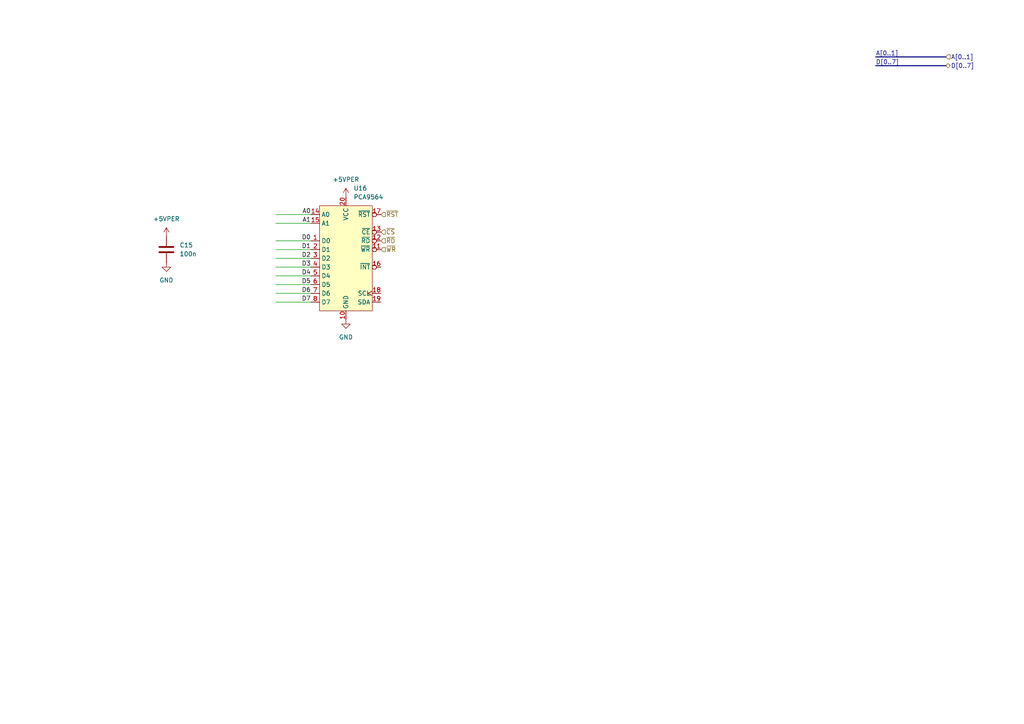
<source format=kicad_sch>
(kicad_sch (version 20230121) (generator eeschema)
  (paper "A4")
  (lib_symbols
    (symbol "Device:C" (pin_numbers hide) (pin_names (offset 0.254))
      (property "Reference" "C" (at 0.635 2.54 0))
      (property "Value" "C" (at 0.635 -2.54 0))
      (symbol "C_0_1"
        (polyline (pts (xy -2.032 -0.762) (xy 2.032 -0.762)) (stroke (width 0.508)))
        (polyline (pts (xy -2.032 0.762) (xy 2.032 0.762)) (stroke (width 0.508)))
      )
      (symbol "C_1_1"
        (pin passive line (at 0 3.81 270) (length 2.794) (name "~") (number "1"))
        (pin passive line (at 0 -3.81 90) (length 2.794) (name "~") (number "2"))
      )
    )
    (symbol "m68k-hbc-ic:PCA9564"
      (property "Reference" "U" (at 17.78 26.67 0))
      (property "Value" "PCA9564" (at 0 0 0))
      (symbol "PCA9564_1_1"
        (rectangle (start -7.62 15.24) (end 7.62 -15.24) (fill (type background)))
        (pin bidirectional line (at -10.16 5.08 0) (length 2.54) (name "D0") (number "1"))
        (pin power_in line (at 0 -17.78 90) (length 2.54) (name "GND") (number "10"))
        (pin input inverted (at 10.16 2.54 180) (length 2.54) (name "~{WR}") (number "11"))
        (pin input inverted (at 10.16 5.08 180) (length 2.54) (name "~{RD}") (number "12"))
        (pin input inverted (at 10.16 7.62 180) (length 2.54) (name "~{CE}") (number "13"))
        (pin output line (at -10.16 12.7 0) (length 2.54) (name "A0") (number "14"))
        (pin input line (at -10.16 10.16 0) (length 2.54) (name "A1") (number "15"))
        (pin output inverted (at 10.16 -2.54 180) (length 2.54) (name "~{INT}") (number "16"))
        (pin input inverted (at 10.16 12.7 180) (length 2.54) (name "~{RST}") (number "17"))
        (pin output clock (at 10.16 -10.16 180) (length 2.54) (name "SCL") (number "18"))
        (pin bidirectional line (at 10.16 -12.7 180) (length 2.54) (name "SDA") (number "19"))
        (pin bidirectional line (at -10.16 2.54 0) (length 2.54) (name "D1") (number "2"))
        (pin power_in line (at 0 17.78 270) (length 2.54) (name "VCC") (number "20"))
        (pin bidirectional line (at -10.16 0 0) (length 2.54) (name "D2") (number "3"))
        (pin bidirectional line (at -10.16 -2.54 0) (length 2.54) (name "D3") (number "4"))
        (pin bidirectional line (at -10.16 -5.08 0) (length 2.54) (name "D4") (number "5"))
        (pin bidirectional line (at -10.16 -7.62 0) (length 2.54) (name "D5") (number "6"))
        (pin bidirectional line (at -10.16 -10.16 0) (length 2.54) (name "D6") (number "7"))
        (pin bidirectional line (at -10.16 -12.7 0) (length 2.54) (name "D7") (number "8"))
        (pin no_connect line (at -2.54 -17.78 90) (length 2.54) hide (name "NC") (number "9"))
      )
    )
    (symbol "m68k-hbc-pwr:+5VPER" (power) (in_bom no) (on_board no)
      (property "Value" "+5VPER" (at 0 3.81 0))
      (symbol "+5VPER_0_1"
        (polyline (pts (xy -0.762 1.27) (xy 0 2.54)))
        (polyline (pts (xy 0 0) (xy 0 2.54)))
        (polyline (pts (xy 0 2.54) (xy 0.762 1.27)))
      )
      (symbol "+5VPER_1_1"
        (pin power_in line (at 0 0 90) (length 0) hide (name "+5VPER") (number "1"))
      )
    )
    (symbol "power:GND" (power) (pin_names (offset 0))
      (property "Value" "GND" (at 0 -3.81 0))
      (symbol "GND_0_1"
        (polyline (pts (xy 0 0) (xy 0 -1.27) (xy 1.27 -1.27) (xy 0 -2.54) (xy -1.27 -1.27) (xy 0 -1.27)))
      )
      (symbol "GND_1_1"
        (pin power_in line (at 0 0 270) (length 0) hide (name "GND") (number "1"))
      )
    )
  )
  (wire (pts (xy 80.01 62.23) (xy 90.17 62.23)))
  (wire (pts (xy 80.01 69.85) (xy 90.17 69.85)))
  (wire (pts (xy 80.01 85.09) (xy 90.17 85.09)))
  (wire (pts (xy 80.01 74.93) (xy 90.17 74.93)))
  (wire (pts (xy 80.01 77.47) (xy 90.17 77.47)))
  (wire (pts (xy 80.01 64.77) (xy 90.17 64.77)))
  (bus (pts (xy 254 16.51) (xy 274.32 16.51)))
  (bus (pts (xy 254 19.05) (xy 274.32 19.05)))
  (wire (pts (xy 80.01 80.01) (xy 90.17 80.01)))
  (wire (pts (xy 80.01 82.55) (xy 90.17 82.55)))
  (wire (pts (xy 80.01 72.39) (xy 90.17 72.39)))
  (wire (pts (xy 80.01 87.63) (xy 90.17 87.63)))
  (label "A[0..1]" (at 254 16.51 0))
  (label "D4" (at 90.17 80.01 180))
  (label "D2" (at 90.17 74.93 180))
  (label "D0" (at 90.17 69.85 180))
  (label "D1" (at 90.17 72.39 180))
  (label "D3" (at 90.17 77.47 180))
  (label "A0" (at 90.17 62.23 180))
  (label "D[0..7]" (at 254 19.05 0))
  (label "D5" (at 90.17 82.55 180))
  (label "D7" (at 90.17 87.63 180))
  (label "D6" (at 90.17 85.09 180))
  (label "A1" (at 90.17 64.77 180))
  (hierarchical_label "~{WR}" (shape input) (at 110.49 72.39 0))
  (hierarchical_label "~{RD}" (shape input) (at 110.49 69.85 0))
  (hierarchical_label "~{CS}" (shape input) (at 110.49 67.31 0))
  (hierarchical_label "A[0..1]" (shape input) (at 274.32 16.51 0))
  (hierarchical_label "D[0..7]" (shape bidirectional) (at 274.32 19.05 0))
  (hierarchical_label "~{RST}" (shape input) (at 110.49 62.23 0))
  (symbol (lib_id "m68k-hbc-pwr:+5VPER") (at 48.26 68.58 0) (unit 1) (in_bom no) (on_board no)
    (property "Reference" "#PWR077" (effects hide))
    (property "Value" "+5VPER" (at 48.26 63.5 0))
    (instances (project "m68k-hbc" (path "" (reference "#PWR077") (unit 1)) (path "" (reference "#PWR085") (unit 1)) (path "" (reference "#PWR093") (unit 1)) (path "" (reference "#PWR091") (unit 1))))
  )
  (symbol (lib_id "power:GND") (at 100.33 92.71 0) (unit 1)
    (property "Reference" "#PWR098" (effects hide))
    (property "Value" "GND" (at 100.33 97.79 0))
  )
  (symbol (lib_id "m68k-hbc-ic:PCA9564") (at 100.33 74.93 0) (unit 1)
    (property "Reference" "U16" (at 102.5241 54.61 0) (effects (justify left)))
    (property "Value" "PCA9564" (at 102.5241 57.15 0) (effects (justify left)))
    (property "Footprint" "Package_SO:TSSOP-20_4.4x6.5mm_P0.65mm" (effects hide))
  )
  (symbol (lib_id "power:GND") (at 48.26 76.2 0) (unit 1)
    (property "Reference" "#PWR018" (effects hide))
    (property "Value" "GND" (at 48.26 81.28 0))
    (instances (project "m68k-hbc" (path "" (reference "#PWR018") (unit 1)) (path "" (reference "#PWR075") (unit 1)) (path "" (reference "#PWR087") (unit 1)) (path "" (reference "#PWR094") (unit 1)) (path "" (reference "#PWR092") (unit 1))))
  )
  (symbol (lib_id "Device:C") (at 48.26 72.39 0) (unit 1)
    (property "Reference" "C15" (at 52.07 71.12 0) (effects (justify left)))
    (property "Value" "100n" (at 52.07 73.66 0) (effects (justify left)))
    (property "Footprint" "Capacitor_THT:C_Disc_D6.0mm_W2.5mm_P5.00mm" (effects hide))
    (instances (project "m68k-hbc" (path "" (reference "C15") (unit 1)) (path "" (reference "C18") (unit 1)) (path "" (reference "C20") (unit 1)) (path "" (reference "C23") (unit 1)) (path "" (reference "C30") (unit 1)) (path "" (reference "C27") (unit 1))))
  )
  (symbol (lib_id "m68k-hbc-pwr:+5VPER") (at 100.33 57.15 0) (unit 1) (in_bom no) (on_board no)
    (property "Reference" "#PWR097" (effects hide))
    (property "Value" "+5VPER" (at 100.33 52.07 0))
  )
)
</source>
